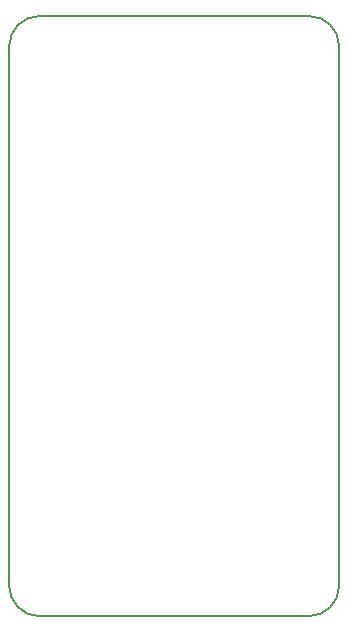
<source format=gm1>
G04 #@! TF.GenerationSoftware,KiCad,Pcbnew,5.0.2-bee76a0~70~ubuntu18.04.1*
G04 #@! TF.CreationDate,2019-04-01T01:37:44+08:00*
G04 #@! TF.ProjectId,TINY-REFLOW-CONTROLLER,54494e59-2d52-4454-964c-4f572d434f4e,rev?*
G04 #@! TF.SameCoordinates,PX8f0d180PY5f5e100*
G04 #@! TF.FileFunction,Profile,NP*
%FSLAX46Y46*%
G04 Gerber Fmt 4.6, Leading zero omitted, Abs format (unit mm)*
G04 Created by KiCad (PCBNEW 5.0.2-bee76a0~70~ubuntu18.04.1) date Mon 01 Apr 2019 01:37:44 AM +08*
%MOMM*%
%LPD*%
G01*
G04 APERTURE LIST*
%ADD10C,0.150000*%
G04 APERTURE END LIST*
D10*
X25400000Y50800000D02*
G75*
G02X27940000Y48260000I0J-2540000D01*
G01*
X2540000Y50800000D02*
X25400000Y50800000D01*
X0Y48260000D02*
G75*
G02X2540000Y50800000I2540000J0D01*
G01*
X27940000Y2540000D02*
G75*
G02X25400000Y0I-2540000J0D01*
G01*
X27940000Y48260000D02*
X27940000Y2540000D01*
X2540000Y0D02*
G75*
G02X0Y2540000I0J2540000D01*
G01*
X2540000Y0D02*
X25400000Y0D01*
X0Y48260000D02*
X0Y2540000D01*
M02*

</source>
